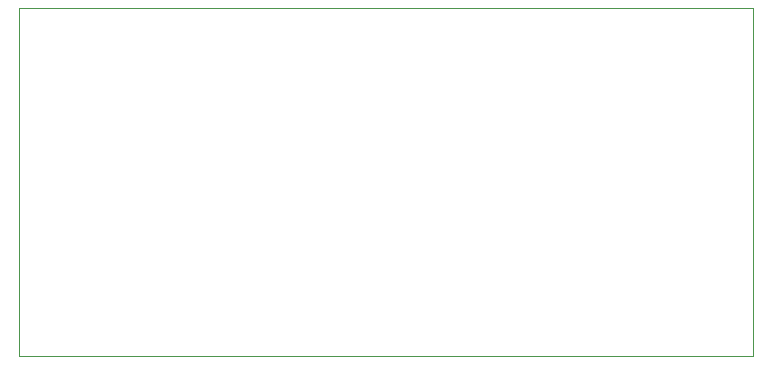
<source format=gbr>
%TF.GenerationSoftware,KiCad,Pcbnew,9.0.6*%
%TF.CreationDate,2025-12-21T22:24:18+01:00*%
%TF.ProjectId,drone_v2,64726f6e-655f-4763-922e-6b696361645f,rev?*%
%TF.SameCoordinates,Original*%
%TF.FileFunction,Profile,NP*%
%FSLAX46Y46*%
G04 Gerber Fmt 4.6, Leading zero omitted, Abs format (unit mm)*
G04 Created by KiCad (PCBNEW 9.0.6) date 2025-12-21 22:24:18*
%MOMM*%
%LPD*%
G01*
G04 APERTURE LIST*
%TA.AperFunction,Profile*%
%ADD10C,0.050000*%
%TD*%
G04 APERTURE END LIST*
D10*
X135350000Y-45525000D02*
X197525000Y-45525000D01*
X197525000Y-74950000D01*
X135350000Y-74950000D01*
X135350000Y-45525000D01*
M02*

</source>
